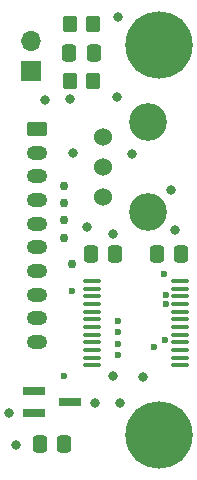
<source format=gbr>
%TF.GenerationSoftware,KiCad,Pcbnew,(6.0.1)*%
%TF.CreationDate,2022-07-06T21:26:52-07:00*%
%TF.ProjectId,mu100-dit,6d753130-302d-4646-9974-2e6b69636164,rev?*%
%TF.SameCoordinates,PX4a25ef0PY4c3f880*%
%TF.FileFunction,Soldermask,Top*%
%TF.FilePolarity,Negative*%
%FSLAX46Y46*%
G04 Gerber Fmt 4.6, Leading zero omitted, Abs format (unit mm)*
G04 Created by KiCad (PCBNEW (6.0.1)) date 2022-07-06 21:26:52*
%MOMM*%
%LPD*%
G01*
G04 APERTURE LIST*
G04 Aperture macros list*
%AMRoundRect*
0 Rectangle with rounded corners*
0 $1 Rounding radius*
0 $2 $3 $4 $5 $6 $7 $8 $9 X,Y pos of 4 corners*
0 Add a 4 corners polygon primitive as box body*
4,1,4,$2,$3,$4,$5,$6,$7,$8,$9,$2,$3,0*
0 Add four circle primitives for the rounded corners*
1,1,$1+$1,$2,$3*
1,1,$1+$1,$4,$5*
1,1,$1+$1,$6,$7*
1,1,$1+$1,$8,$9*
0 Add four rect primitives between the rounded corners*
20,1,$1+$1,$2,$3,$4,$5,0*
20,1,$1+$1,$4,$5,$6,$7,0*
20,1,$1+$1,$6,$7,$8,$9,0*
20,1,$1+$1,$8,$9,$2,$3,0*%
G04 Aperture macros list end*
%ADD10RoundRect,0.250000X-0.337500X-0.475000X0.337500X-0.475000X0.337500X0.475000X-0.337500X0.475000X0*%
%ADD11RoundRect,0.250000X-0.625000X0.350000X-0.625000X-0.350000X0.625000X-0.350000X0.625000X0.350000X0*%
%ADD12O,1.750000X1.200000*%
%ADD13RoundRect,0.100000X-0.637500X-0.100000X0.637500X-0.100000X0.637500X0.100000X-0.637500X0.100000X0*%
%ADD14C,5.700000*%
%ADD15C,3.600000*%
%ADD16RoundRect,0.250000X-0.350000X-0.450000X0.350000X-0.450000X0.350000X0.450000X-0.350000X0.450000X0*%
%ADD17C,3.200000*%
%ADD18C,1.524000*%
%ADD19R,1.900000X0.800000*%
%ADD20RoundRect,0.250000X0.337500X0.475000X-0.337500X0.475000X-0.337500X-0.475000X0.337500X-0.475000X0*%
%ADD21R,1.700000X1.700000*%
%ADD22O,1.700000X1.700000*%
%ADD23C,0.800000*%
%ADD24C,0.750000*%
%ADD25C,0.600000*%
G04 APERTURE END LIST*
D10*
%TO.C,C3*%
X81292500Y-117227000D03*
X83367500Y-117227000D03*
%TD*%
D11*
%TO.C,J1*%
X81030000Y-90572000D03*
D12*
X81030000Y-92572000D03*
X81030000Y-94572000D03*
X81030000Y-96572000D03*
X81030000Y-98572000D03*
X81030000Y-100572000D03*
X81030000Y-102572000D03*
X81030000Y-104572000D03*
X81030000Y-106572000D03*
X81030000Y-108572000D03*
%TD*%
D13*
%TO.C,U2*%
X85739500Y-103413427D03*
X85739500Y-104063427D03*
X85739500Y-104713427D03*
X85739500Y-105363427D03*
X85739500Y-106013427D03*
X85739500Y-106663427D03*
X85739500Y-107313427D03*
X85739500Y-107963427D03*
X85739500Y-108613427D03*
X85739500Y-109263427D03*
X85739500Y-109913427D03*
X85739500Y-110563427D03*
X93164500Y-110563427D03*
X93164500Y-109913427D03*
X93164500Y-109263427D03*
X93164500Y-108613427D03*
X93164500Y-107963427D03*
X93164500Y-107313427D03*
X93164500Y-106663427D03*
X93164500Y-106013427D03*
X93164500Y-105363427D03*
X93164500Y-104713427D03*
X93164500Y-104063427D03*
X93164500Y-103413427D03*
%TD*%
D14*
%TO.C,H1*%
X91350000Y-83452000D03*
D15*
X91350000Y-83452000D03*
%TD*%
D16*
%TO.C,R1*%
X83828572Y-86452000D03*
X85828572Y-86452000D03*
%TD*%
D17*
%TO.C,U1*%
X90430000Y-89992000D03*
X90430000Y-97612000D03*
D18*
X86620000Y-91262000D03*
X86620000Y-93802000D03*
X86620000Y-96342000D03*
%TD*%
D10*
%TO.C,C2*%
X91208500Y-101140000D03*
X93283500Y-101140000D03*
%TD*%
D19*
%TO.C,U3*%
X80830000Y-112702000D03*
X80830000Y-114602000D03*
X83830000Y-113652000D03*
%TD*%
D16*
%TO.C,R2*%
X83828572Y-81702000D03*
X85828572Y-81702000D03*
%TD*%
D20*
%TO.C,C4*%
X85836072Y-84077000D03*
X83761072Y-84077000D03*
%TD*%
%TO.C,C1*%
X87695500Y-101140000D03*
X85620500Y-101140000D03*
%TD*%
D14*
%TO.C,H2*%
X91350000Y-116452000D03*
D15*
X91350000Y-116452000D03*
%TD*%
D21*
%TO.C,J2*%
X80510000Y-85675000D03*
D22*
X80510000Y-83135000D03*
%TD*%
D23*
X88110000Y-113772000D03*
X87480000Y-111482000D03*
X90030000Y-111532000D03*
X81763200Y-88054600D03*
X87500000Y-99482000D03*
D24*
X83300000Y-96802600D03*
X83990000Y-101972000D03*
D23*
X85930000Y-113752000D03*
X92750000Y-99122000D03*
D24*
X83300000Y-99738600D03*
D23*
X84060000Y-92542000D03*
X79248600Y-117290000D03*
X87850000Y-87882000D03*
X78715200Y-114623000D03*
D24*
X83300000Y-95352000D03*
X83300000Y-98270600D03*
D23*
X92430000Y-95692000D03*
X85300000Y-98872000D03*
X89130000Y-92702000D03*
X87910000Y-81082000D03*
D25*
X83330000Y-111502000D03*
X83980000Y-104232000D03*
X87889978Y-106829600D03*
X87877200Y-107744000D03*
X87885439Y-108751761D03*
X87877200Y-109674400D03*
D23*
X83846000Y-87978400D03*
D25*
X91999400Y-105388927D03*
X91999400Y-104564600D03*
X91839600Y-102841800D03*
X90925200Y-109003500D03*
X91915800Y-108379000D03*
M02*

</source>
